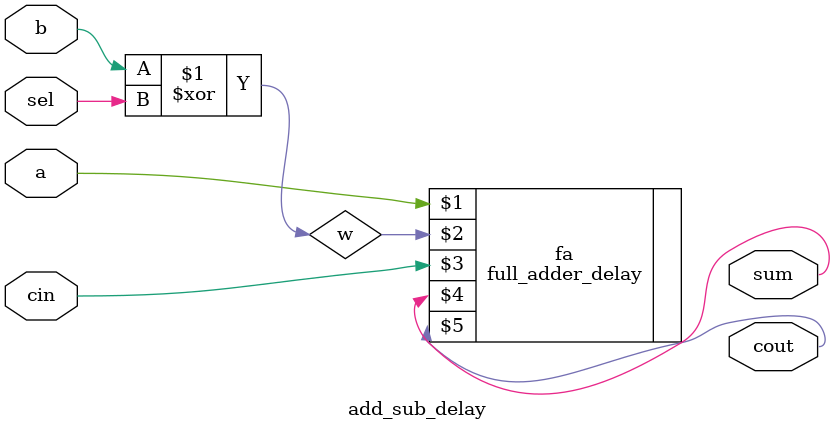
<source format=v>
/*--  *******************************************************
--  Computer Architecture Course, Laboratory Sources 
--  Amirkabir University of Technology (Tehran Polytechnic)
--  Department of Computer Engineering (CE-AUT)
--  https://ce[dot]aut[dot]ac[dot]ir
--  *******************************************************
--  All Rights reserved (C) 2019-2020
--  *******************************************************
--  Student ID  : 9831075
--  Student Name: Mina Beiki
--  Student Mail: 
--  *******************************************************
--  Additional Comments:
--
--*/

/*-----------------------------------------------------------
---  Module Name: Single Bit Adder/Subtractor
---  Description: Lab 07 Part 1
-----------------------------------------------------------*/
`timescale 1 ns/1 ns

module add_sub_delay (
	input a ,
	input b ,
	input cin ,
	input sel ,
	output sum ,
	output cout
);
	wire w ; 
	xor #(10) g(w,b,sel);
	full_adder_delay fa(a,w,cin,sum,cout);
	
endmodule 
	

</source>
